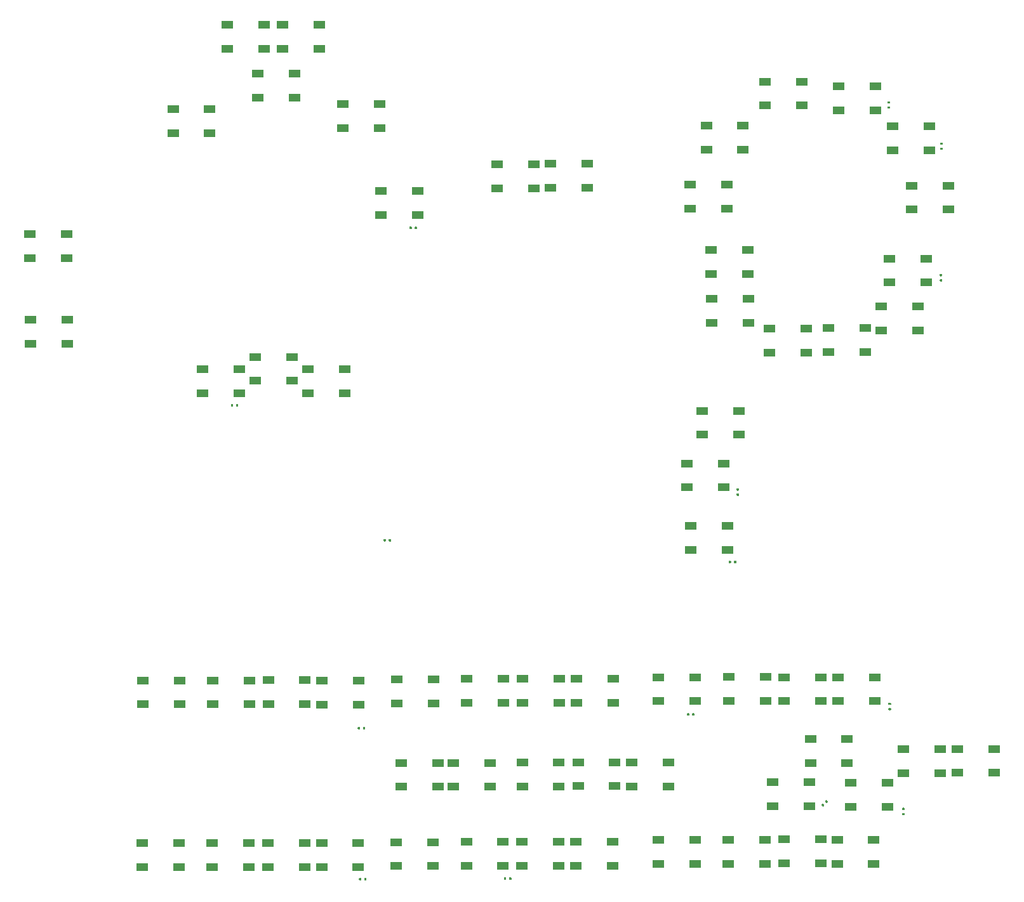
<source format=gbr>
%TF.GenerationSoftware,KiCad,Pcbnew,(5.1.6)-1*%
%TF.CreationDate,2020-11-25T11:15:34+11:00*%
%TF.ProjectId,KY58 Panel PCB V1,4b593538-2050-4616-9e65-6c2050434220,rev?*%
%TF.SameCoordinates,Original*%
%TF.FileFunction,Paste,Top*%
%TF.FilePolarity,Positive*%
%FSLAX46Y46*%
G04 Gerber Fmt 4.6, Leading zero omitted, Abs format (unit mm)*
G04 Created by KiCad (PCBNEW (5.1.6)-1) date 2020-11-25 11:15:34*
%MOMM*%
%LPD*%
G01*
G04 APERTURE LIST*
%ADD10R,1.500000X1.000000*%
G04 APERTURE END LIST*
%TO.C,C14*%
G36*
G01*
X110727000Y-85058400D02*
X110727000Y-84857400D01*
G75*
G02*
X110806500Y-84777900I79500J0D01*
G01*
X110965500Y-84777900D01*
G75*
G02*
X111045000Y-84857400I0J-79500D01*
G01*
X111045000Y-85058400D01*
G75*
G02*
X110965500Y-85137900I-79500J0D01*
G01*
X110806500Y-85137900D01*
G75*
G02*
X110727000Y-85058400I0J79500D01*
G01*
G37*
G36*
G01*
X110037000Y-85058400D02*
X110037000Y-84857400D01*
G75*
G02*
X110116500Y-84777900I79500J0D01*
G01*
X110275500Y-84777900D01*
G75*
G02*
X110355000Y-84857400I0J-79500D01*
G01*
X110355000Y-85058400D01*
G75*
G02*
X110275500Y-85137900I-79500J0D01*
G01*
X110116500Y-85137900D01*
G75*
G02*
X110037000Y-85058400I0J79500D01*
G01*
G37*
%TD*%
%TO.C,C15*%
G36*
G01*
X134549000Y-61388200D02*
X134549000Y-61187200D01*
G75*
G02*
X134628500Y-61107700I79500J0D01*
G01*
X134787500Y-61107700D01*
G75*
G02*
X134867000Y-61187200I0J-79500D01*
G01*
X134867000Y-61388200D01*
G75*
G02*
X134787500Y-61467700I-79500J0D01*
G01*
X134628500Y-61467700D01*
G75*
G02*
X134549000Y-61388200I0J79500D01*
G01*
G37*
G36*
G01*
X133859000Y-61388200D02*
X133859000Y-61187200D01*
G75*
G02*
X133938500Y-61107700I79500J0D01*
G01*
X134097500Y-61107700D01*
G75*
G02*
X134177000Y-61187200I0J-79500D01*
G01*
X134177000Y-61388200D01*
G75*
G02*
X134097500Y-61467700I-79500J0D01*
G01*
X133938500Y-61467700D01*
G75*
G02*
X133859000Y-61388200I0J79500D01*
G01*
G37*
%TD*%
%TO.C,C13*%
G36*
G01*
X197676500Y-45072900D02*
X197877500Y-45072900D01*
G75*
G02*
X197957000Y-45152400I0J-79500D01*
G01*
X197957000Y-45311400D01*
G75*
G02*
X197877500Y-45390900I-79500J0D01*
G01*
X197676500Y-45390900D01*
G75*
G02*
X197597000Y-45311400I0J79500D01*
G01*
X197597000Y-45152400D01*
G75*
G02*
X197676500Y-45072900I79500J0D01*
G01*
G37*
G36*
G01*
X197676500Y-44382900D02*
X197877500Y-44382900D01*
G75*
G02*
X197957000Y-44462400I0J-79500D01*
G01*
X197957000Y-44621400D01*
G75*
G02*
X197877500Y-44700900I-79500J0D01*
G01*
X197676500Y-44700900D01*
G75*
G02*
X197597000Y-44621400I0J79500D01*
G01*
X197597000Y-44462400D01*
G75*
G02*
X197676500Y-44382900I79500J0D01*
G01*
G37*
%TD*%
%TO.C,C12*%
G36*
G01*
X204699500Y-50579600D02*
X204900500Y-50579600D01*
G75*
G02*
X204980000Y-50659100I0J-79500D01*
G01*
X204980000Y-50818100D01*
G75*
G02*
X204900500Y-50897600I-79500J0D01*
G01*
X204699500Y-50897600D01*
G75*
G02*
X204620000Y-50818100I0J79500D01*
G01*
X204620000Y-50659100D01*
G75*
G02*
X204699500Y-50579600I79500J0D01*
G01*
G37*
G36*
G01*
X204699500Y-49889600D02*
X204900500Y-49889600D01*
G75*
G02*
X204980000Y-49969100I0J-79500D01*
G01*
X204980000Y-50128100D01*
G75*
G02*
X204900500Y-50207600I-79500J0D01*
G01*
X204699500Y-50207600D01*
G75*
G02*
X204620000Y-50128100I0J79500D01*
G01*
X204620000Y-49969100D01*
G75*
G02*
X204699500Y-49889600I79500J0D01*
G01*
G37*
%TD*%
%TO.C,C11*%
G36*
G01*
X204651500Y-68131000D02*
X204852500Y-68131000D01*
G75*
G02*
X204932000Y-68210500I0J-79500D01*
G01*
X204932000Y-68369500D01*
G75*
G02*
X204852500Y-68449000I-79500J0D01*
G01*
X204651500Y-68449000D01*
G75*
G02*
X204572000Y-68369500I0J79500D01*
G01*
X204572000Y-68210500D01*
G75*
G02*
X204651500Y-68131000I79500J0D01*
G01*
G37*
G36*
G01*
X204651500Y-67441000D02*
X204852500Y-67441000D01*
G75*
G02*
X204932000Y-67520500I0J-79500D01*
G01*
X204932000Y-67679500D01*
G75*
G02*
X204852500Y-67759000I-79500J0D01*
G01*
X204651500Y-67759000D01*
G75*
G02*
X204572000Y-67679500I0J79500D01*
G01*
X204572000Y-67520500D01*
G75*
G02*
X204651500Y-67441000I79500J0D01*
G01*
G37*
%TD*%
%TO.C,C10*%
G36*
G01*
X177760500Y-96369500D02*
X177559500Y-96369500D01*
G75*
G02*
X177480000Y-96290000I0J79500D01*
G01*
X177480000Y-96131000D01*
G75*
G02*
X177559500Y-96051500I79500J0D01*
G01*
X177760500Y-96051500D01*
G75*
G02*
X177840000Y-96131000I0J-79500D01*
G01*
X177840000Y-96290000D01*
G75*
G02*
X177760500Y-96369500I-79500J0D01*
G01*
G37*
G36*
G01*
X177760500Y-97059500D02*
X177559500Y-97059500D01*
G75*
G02*
X177480000Y-96980000I0J79500D01*
G01*
X177480000Y-96821000D01*
G75*
G02*
X177559500Y-96741500I79500J0D01*
G01*
X177760500Y-96741500D01*
G75*
G02*
X177840000Y-96821000I0J-79500D01*
G01*
X177840000Y-96980000D01*
G75*
G02*
X177760500Y-97059500I-79500J0D01*
G01*
G37*
%TD*%
%TO.C,C9*%
G36*
G01*
X177466000Y-105789500D02*
X177466000Y-105990500D01*
G75*
G02*
X177386500Y-106070000I-79500J0D01*
G01*
X177227500Y-106070000D01*
G75*
G02*
X177148000Y-105990500I0J79500D01*
G01*
X177148000Y-105789500D01*
G75*
G02*
X177227500Y-105710000I79500J0D01*
G01*
X177386500Y-105710000D01*
G75*
G02*
X177466000Y-105789500I0J-79500D01*
G01*
G37*
G36*
G01*
X176776000Y-105789500D02*
X176776000Y-105990500D01*
G75*
G02*
X176696500Y-106070000I-79500J0D01*
G01*
X176537500Y-106070000D01*
G75*
G02*
X176458000Y-105990500I0J79500D01*
G01*
X176458000Y-105789500D01*
G75*
G02*
X176537500Y-105710000I79500J0D01*
G01*
X176696500Y-105710000D01*
G75*
G02*
X176776000Y-105789500I0J-79500D01*
G01*
G37*
%TD*%
%TO.C,C8*%
G36*
G01*
X127286000Y-127991500D02*
X127286000Y-128192500D01*
G75*
G02*
X127206500Y-128272000I-79500J0D01*
G01*
X127047500Y-128272000D01*
G75*
G02*
X126968000Y-128192500I0J79500D01*
G01*
X126968000Y-127991500D01*
G75*
G02*
X127047500Y-127912000I79500J0D01*
G01*
X127206500Y-127912000D01*
G75*
G02*
X127286000Y-127991500I0J-79500D01*
G01*
G37*
G36*
G01*
X127976000Y-127991500D02*
X127976000Y-128192500D01*
G75*
G02*
X127896500Y-128272000I-79500J0D01*
G01*
X127737500Y-128272000D01*
G75*
G02*
X127658000Y-128192500I0J79500D01*
G01*
X127658000Y-127991500D01*
G75*
G02*
X127737500Y-127912000I79500J0D01*
G01*
X127896500Y-127912000D01*
G75*
G02*
X127976000Y-127991500I0J-79500D01*
G01*
G37*
%TD*%
%TO.C,C7*%
G36*
G01*
X171550000Y-126338500D02*
X171550000Y-126137500D01*
G75*
G02*
X171629500Y-126058000I79500J0D01*
G01*
X171788500Y-126058000D01*
G75*
G02*
X171868000Y-126137500I0J-79500D01*
G01*
X171868000Y-126338500D01*
G75*
G02*
X171788500Y-126418000I-79500J0D01*
G01*
X171629500Y-126418000D01*
G75*
G02*
X171550000Y-126338500I0J79500D01*
G01*
G37*
G36*
G01*
X170860000Y-126338500D02*
X170860000Y-126137500D01*
G75*
G02*
X170939500Y-126058000I79500J0D01*
G01*
X171098500Y-126058000D01*
G75*
G02*
X171178000Y-126137500I0J-79500D01*
G01*
X171178000Y-126338500D01*
G75*
G02*
X171098500Y-126418000I-79500J0D01*
G01*
X170939500Y-126418000D01*
G75*
G02*
X170860000Y-126338500I0J79500D01*
G01*
G37*
%TD*%
%TO.C,C6*%
G36*
G01*
X189045414Y-138163458D02*
X189187542Y-138305586D01*
G75*
G02*
X189187542Y-138418016I-56215J-56215D01*
G01*
X189075112Y-138530446D01*
G75*
G02*
X188962682Y-138530446I-56215J56215D01*
G01*
X188820554Y-138388318D01*
G75*
G02*
X188820554Y-138275888I56215J56215D01*
G01*
X188932984Y-138163458D01*
G75*
G02*
X189045414Y-138163458I56215J-56215D01*
G01*
G37*
G36*
G01*
X189533318Y-137675554D02*
X189675446Y-137817682D01*
G75*
G02*
X189675446Y-137930112I-56215J-56215D01*
G01*
X189563016Y-138042542D01*
G75*
G02*
X189450586Y-138042542I-56215J56215D01*
G01*
X189308458Y-137900414D01*
G75*
G02*
X189308458Y-137787984I56215J56215D01*
G01*
X189420888Y-137675554D01*
G75*
G02*
X189533318Y-137675554I56215J-56215D01*
G01*
G37*
%TD*%
%TO.C,C5*%
G36*
G01*
X198017500Y-124975000D02*
X197816500Y-124975000D01*
G75*
G02*
X197737000Y-124895500I0J79500D01*
G01*
X197737000Y-124736500D01*
G75*
G02*
X197816500Y-124657000I79500J0D01*
G01*
X198017500Y-124657000D01*
G75*
G02*
X198097000Y-124736500I0J-79500D01*
G01*
X198097000Y-124895500D01*
G75*
G02*
X198017500Y-124975000I-79500J0D01*
G01*
G37*
G36*
G01*
X198017500Y-125665000D02*
X197816500Y-125665000D01*
G75*
G02*
X197737000Y-125585500I0J79500D01*
G01*
X197737000Y-125426500D01*
G75*
G02*
X197816500Y-125347000I79500J0D01*
G01*
X198017500Y-125347000D01*
G75*
G02*
X198097000Y-125426500I0J-79500D01*
G01*
X198097000Y-125585500D01*
G75*
G02*
X198017500Y-125665000I-79500J0D01*
G01*
G37*
%TD*%
%TO.C,C4*%
G36*
G01*
X199856500Y-139006000D02*
X199655500Y-139006000D01*
G75*
G02*
X199576000Y-138926500I0J79500D01*
G01*
X199576000Y-138767500D01*
G75*
G02*
X199655500Y-138688000I79500J0D01*
G01*
X199856500Y-138688000D01*
G75*
G02*
X199936000Y-138767500I0J-79500D01*
G01*
X199936000Y-138926500D01*
G75*
G02*
X199856500Y-139006000I-79500J0D01*
G01*
G37*
G36*
G01*
X199856500Y-139696000D02*
X199655500Y-139696000D01*
G75*
G02*
X199576000Y-139616500I0J79500D01*
G01*
X199576000Y-139457500D01*
G75*
G02*
X199655500Y-139378000I79500J0D01*
G01*
X199856500Y-139378000D01*
G75*
G02*
X199936000Y-139457500I0J-79500D01*
G01*
X199936000Y-139616500D01*
G75*
G02*
X199856500Y-139696000I-79500J0D01*
G01*
G37*
%TD*%
%TO.C,C3*%
G36*
G01*
X146773000Y-148062500D02*
X146773000Y-148263500D01*
G75*
G02*
X146693500Y-148343000I-79500J0D01*
G01*
X146534500Y-148343000D01*
G75*
G02*
X146455000Y-148263500I0J79500D01*
G01*
X146455000Y-148062500D01*
G75*
G02*
X146534500Y-147983000I79500J0D01*
G01*
X146693500Y-147983000D01*
G75*
G02*
X146773000Y-148062500I0J-79500D01*
G01*
G37*
G36*
G01*
X147463000Y-148062500D02*
X147463000Y-148263500D01*
G75*
G02*
X147383500Y-148343000I-79500J0D01*
G01*
X147224500Y-148343000D01*
G75*
G02*
X147145000Y-148263500I0J79500D01*
G01*
X147145000Y-148062500D01*
G75*
G02*
X147224500Y-147983000I79500J0D01*
G01*
X147383500Y-147983000D01*
G75*
G02*
X147463000Y-148062500I0J-79500D01*
G01*
G37*
%TD*%
%TO.C,C2*%
G36*
G01*
X127454000Y-148123500D02*
X127454000Y-148324500D01*
G75*
G02*
X127374500Y-148404000I-79500J0D01*
G01*
X127215500Y-148404000D01*
G75*
G02*
X127136000Y-148324500I0J79500D01*
G01*
X127136000Y-148123500D01*
G75*
G02*
X127215500Y-148044000I79500J0D01*
G01*
X127374500Y-148044000D01*
G75*
G02*
X127454000Y-148123500I0J-79500D01*
G01*
G37*
G36*
G01*
X128144000Y-148123500D02*
X128144000Y-148324500D01*
G75*
G02*
X128064500Y-148404000I-79500J0D01*
G01*
X127905500Y-148404000D01*
G75*
G02*
X127826000Y-148324500I0J79500D01*
G01*
X127826000Y-148123500D01*
G75*
G02*
X127905500Y-148044000I79500J0D01*
G01*
X128064500Y-148044000D01*
G75*
G02*
X128144000Y-148123500I0J-79500D01*
G01*
G37*
%TD*%
D10*
%TO.C,D63*%
X83362800Y-73558400D03*
X83362800Y-76758400D03*
X88262800Y-73558400D03*
X88262800Y-76758400D03*
%TD*%
%TO.C,R1*%
G36*
G01*
X130726000Y-102896500D02*
X130726000Y-103097500D01*
G75*
G02*
X130646500Y-103177000I-79500J0D01*
G01*
X130487500Y-103177000D01*
G75*
G02*
X130408000Y-103097500I0J79500D01*
G01*
X130408000Y-102896500D01*
G75*
G02*
X130487500Y-102817000I79500J0D01*
G01*
X130646500Y-102817000D01*
G75*
G02*
X130726000Y-102896500I0J-79500D01*
G01*
G37*
G36*
G01*
X131416000Y-102896500D02*
X131416000Y-103097500D01*
G75*
G02*
X131336500Y-103177000I-79500J0D01*
G01*
X131177500Y-103177000D01*
G75*
G02*
X131098000Y-103097500I0J79500D01*
G01*
X131098000Y-102896500D01*
G75*
G02*
X131177500Y-102817000I79500J0D01*
G01*
X131336500Y-102817000D01*
G75*
G02*
X131416000Y-102896500I0J-79500D01*
G01*
G37*
%TD*%
%TO.C,D62*%
X190895000Y-143002000D03*
X190895000Y-146202000D03*
X195795000Y-143002000D03*
X195795000Y-146202000D03*
%TD*%
%TO.C,D61*%
X183820000Y-142926000D03*
X183820000Y-146126000D03*
X188720000Y-142926000D03*
X188720000Y-146126000D03*
%TD*%
%TO.C,D60*%
X176378000Y-142977000D03*
X176378000Y-146177000D03*
X181278000Y-142977000D03*
X181278000Y-146177000D03*
%TD*%
%TO.C,D59*%
X167030000Y-143002000D03*
X167030000Y-146202000D03*
X171930000Y-143002000D03*
X171930000Y-146202000D03*
%TD*%
%TO.C,D58*%
X156060000Y-143256000D03*
X156060000Y-146456000D03*
X160960000Y-143256000D03*
X160960000Y-146456000D03*
%TD*%
%TO.C,D57*%
X148872000Y-143231000D03*
X148872000Y-146431000D03*
X153772000Y-143231000D03*
X153772000Y-146431000D03*
%TD*%
%TO.C,D56*%
X141453000Y-143256000D03*
X141453000Y-146456000D03*
X146353000Y-143256000D03*
X146353000Y-146456000D03*
%TD*%
%TO.C,D55*%
X132131000Y-143281000D03*
X132131000Y-146481000D03*
X137031000Y-143281000D03*
X137031000Y-146481000D03*
%TD*%
%TO.C,D54*%
X122149000Y-143434000D03*
X122149000Y-146634000D03*
X127049000Y-143434000D03*
X127049000Y-146634000D03*
%TD*%
%TO.C,D53*%
X115011000Y-143408000D03*
X115011000Y-146608000D03*
X119911000Y-143408000D03*
X119911000Y-146608000D03*
%TD*%
%TO.C,D52*%
X107544000Y-143383000D03*
X107544000Y-146583000D03*
X112444000Y-143383000D03*
X112444000Y-146583000D03*
%TD*%
%TO.C,D51*%
X98224000Y-143409000D03*
X98224000Y-146609000D03*
X103124000Y-143409000D03*
X103124000Y-146609000D03*
%TD*%
%TO.C,D50*%
X206959000Y-130835000D03*
X206959000Y-134035000D03*
X211859000Y-130835000D03*
X211859000Y-134035000D03*
%TD*%
%TO.C,D49*%
X199773000Y-130861000D03*
X199773000Y-134061000D03*
X204673000Y-130861000D03*
X204673000Y-134061000D03*
%TD*%
%TO.C,D48*%
X192724000Y-135331000D03*
X192724000Y-138531000D03*
X197624000Y-135331000D03*
X197624000Y-138531000D03*
%TD*%
%TO.C,D47*%
X187339000Y-129489000D03*
X187339000Y-132689000D03*
X192239000Y-129489000D03*
X192239000Y-132689000D03*
%TD*%
%TO.C,D46*%
X182335000Y-135306000D03*
X182335000Y-138506000D03*
X187235000Y-135306000D03*
X187235000Y-138506000D03*
%TD*%
%TO.C,D45*%
X163525000Y-132639000D03*
X163525000Y-135839000D03*
X168425000Y-132639000D03*
X168425000Y-135839000D03*
%TD*%
%TO.C,D44*%
X156351000Y-132614000D03*
X156351000Y-135814000D03*
X161251000Y-132614000D03*
X161251000Y-135814000D03*
%TD*%
%TO.C,D43*%
X148909000Y-132639000D03*
X148909000Y-135839000D03*
X153809000Y-132639000D03*
X153809000Y-135839000D03*
%TD*%
%TO.C,D42*%
X139688000Y-132690000D03*
X139688000Y-135890000D03*
X144588000Y-132690000D03*
X144588000Y-135890000D03*
%TD*%
%TO.C,D41*%
X132766000Y-132690000D03*
X132766000Y-135890000D03*
X137666000Y-132690000D03*
X137666000Y-135890000D03*
%TD*%
%TO.C,D40*%
X191047000Y-121260000D03*
X191047000Y-124460000D03*
X195947000Y-121260000D03*
X195947000Y-124460000D03*
%TD*%
%TO.C,D39*%
X183859000Y-121260000D03*
X183859000Y-124460000D03*
X188759000Y-121260000D03*
X188759000Y-124460000D03*
%TD*%
%TO.C,D38*%
X176442000Y-121234000D03*
X176442000Y-124434000D03*
X181342000Y-121234000D03*
X181342000Y-124434000D03*
%TD*%
%TO.C,D37*%
X167081000Y-121260000D03*
X167081000Y-124460000D03*
X171981000Y-121260000D03*
X171981000Y-124460000D03*
%TD*%
%TO.C,D36*%
X156134000Y-121488000D03*
X156134000Y-124688000D03*
X161034000Y-121488000D03*
X161034000Y-124688000D03*
%TD*%
%TO.C,D35*%
X148959000Y-121488000D03*
X148959000Y-124688000D03*
X153859000Y-121488000D03*
X153859000Y-124688000D03*
%TD*%
%TO.C,D34*%
X141492000Y-121488000D03*
X141492000Y-124688000D03*
X146392000Y-121488000D03*
X146392000Y-124688000D03*
%TD*%
%TO.C,D33*%
X132184000Y-121564000D03*
X132184000Y-124764000D03*
X137084000Y-121564000D03*
X137084000Y-124764000D03*
%TD*%
%TO.C,D32*%
X122227000Y-121717000D03*
X122227000Y-124917000D03*
X127127000Y-121717000D03*
X127127000Y-124917000D03*
%TD*%
%TO.C,D31*%
X115039000Y-121641000D03*
X115039000Y-124841000D03*
X119939000Y-121641000D03*
X119939000Y-124841000D03*
%TD*%
%TO.C,D30*%
X107634000Y-121692000D03*
X107634000Y-124892000D03*
X112534000Y-121692000D03*
X112534000Y-124892000D03*
%TD*%
%TO.C,D29*%
X98337000Y-121692000D03*
X98337000Y-124892000D03*
X103237000Y-121692000D03*
X103237000Y-124892000D03*
%TD*%
%TO.C,D28*%
X171401000Y-101067000D03*
X171401000Y-104267000D03*
X176301000Y-101067000D03*
X176301000Y-104267000D03*
%TD*%
%TO.C,D27*%
X170843000Y-92735400D03*
X170843000Y-95935400D03*
X175743000Y-92735400D03*
X175743000Y-95935400D03*
%TD*%
%TO.C,D26*%
X172900000Y-85699600D03*
X172900000Y-88899600D03*
X177800000Y-85699600D03*
X177800000Y-88899600D03*
%TD*%
%TO.C,D25*%
X120322000Y-80137000D03*
X120322000Y-83337000D03*
X125222000Y-80137000D03*
X125222000Y-83337000D03*
%TD*%
%TO.C,D24*%
X113298000Y-78511600D03*
X113298000Y-81711600D03*
X118198000Y-78511600D03*
X118198000Y-81711600D03*
%TD*%
%TO.C,D23*%
X106274000Y-80162400D03*
X106274000Y-83362400D03*
X111174000Y-80162400D03*
X111174000Y-83362400D03*
%TD*%
%TO.C,D22*%
X173459000Y-47625000D03*
X173459000Y-50825000D03*
X178359000Y-47625000D03*
X178359000Y-50825000D03*
%TD*%
%TO.C,D21*%
X171274000Y-55524400D03*
X171274000Y-58724400D03*
X176174000Y-55524400D03*
X176174000Y-58724400D03*
%TD*%
%TO.C,D20*%
X174080000Y-64211400D03*
X174080000Y-67411400D03*
X178980000Y-64211400D03*
X178980000Y-67411400D03*
%TD*%
%TO.C,D19*%
X174170000Y-70764400D03*
X174170000Y-73964400D03*
X179070000Y-70764400D03*
X179070000Y-73964400D03*
%TD*%
%TO.C,D18*%
X181864000Y-74752200D03*
X181864000Y-77952200D03*
X186764000Y-74752200D03*
X186764000Y-77952200D03*
%TD*%
%TO.C,D17*%
X189766000Y-74676000D03*
X189766000Y-77876000D03*
X194666000Y-74676000D03*
X194666000Y-77876000D03*
%TD*%
%TO.C,D16*%
X196751000Y-71755400D03*
X196751000Y-74955400D03*
X201651000Y-71755400D03*
X201651000Y-74955400D03*
%TD*%
%TO.C,D15*%
X197905000Y-65379800D03*
X197905000Y-68579800D03*
X202805000Y-65379800D03*
X202805000Y-68579800D03*
%TD*%
%TO.C,D14*%
X200852000Y-55651600D03*
X200852000Y-58851600D03*
X205752000Y-55651600D03*
X205752000Y-58851600D03*
%TD*%
%TO.C,D13*%
X198300000Y-47752000D03*
X198300000Y-50952000D03*
X203200000Y-47752000D03*
X203200000Y-50952000D03*
%TD*%
%TO.C,D12*%
X191137000Y-42367200D03*
X191137000Y-45567200D03*
X196037000Y-42367200D03*
X196037000Y-45567200D03*
%TD*%
%TO.C,D11*%
X181319000Y-41757800D03*
X181319000Y-44957800D03*
X186219000Y-41757800D03*
X186219000Y-44957800D03*
%TD*%
%TO.C,D10*%
X152642000Y-52756000D03*
X152642000Y-55956000D03*
X157542000Y-52756000D03*
X157542000Y-55956000D03*
%TD*%
%TO.C,D9*%
X145595000Y-52781400D03*
X145595000Y-55981400D03*
X150495000Y-52781400D03*
X150495000Y-55981400D03*
%TD*%
%TO.C,D8*%
X130101000Y-56337200D03*
X130101000Y-59537200D03*
X135001000Y-56337200D03*
X135001000Y-59537200D03*
%TD*%
%TO.C,D7*%
X125021000Y-44754800D03*
X125021000Y-47954800D03*
X129921000Y-44754800D03*
X129921000Y-47954800D03*
%TD*%
%TO.C,D6*%
X113665000Y-40690800D03*
X113665000Y-43890800D03*
X118565000Y-40690800D03*
X118565000Y-43890800D03*
%TD*%
%TO.C,D5*%
X116942000Y-34213800D03*
X116942000Y-37413800D03*
X121842000Y-34213800D03*
X121842000Y-37413800D03*
%TD*%
%TO.C,D4*%
X109578000Y-34213800D03*
X109578000Y-37413800D03*
X114478000Y-34213800D03*
X114478000Y-37413800D03*
%TD*%
%TO.C,D3*%
X102339000Y-45466000D03*
X102339000Y-48666000D03*
X107239000Y-45466000D03*
X107239000Y-48666000D03*
%TD*%
%TO.C,D2*%
X83263400Y-62103000D03*
X83263400Y-65303000D03*
X88163400Y-62103000D03*
X88163400Y-65303000D03*
%TD*%
M02*

</source>
